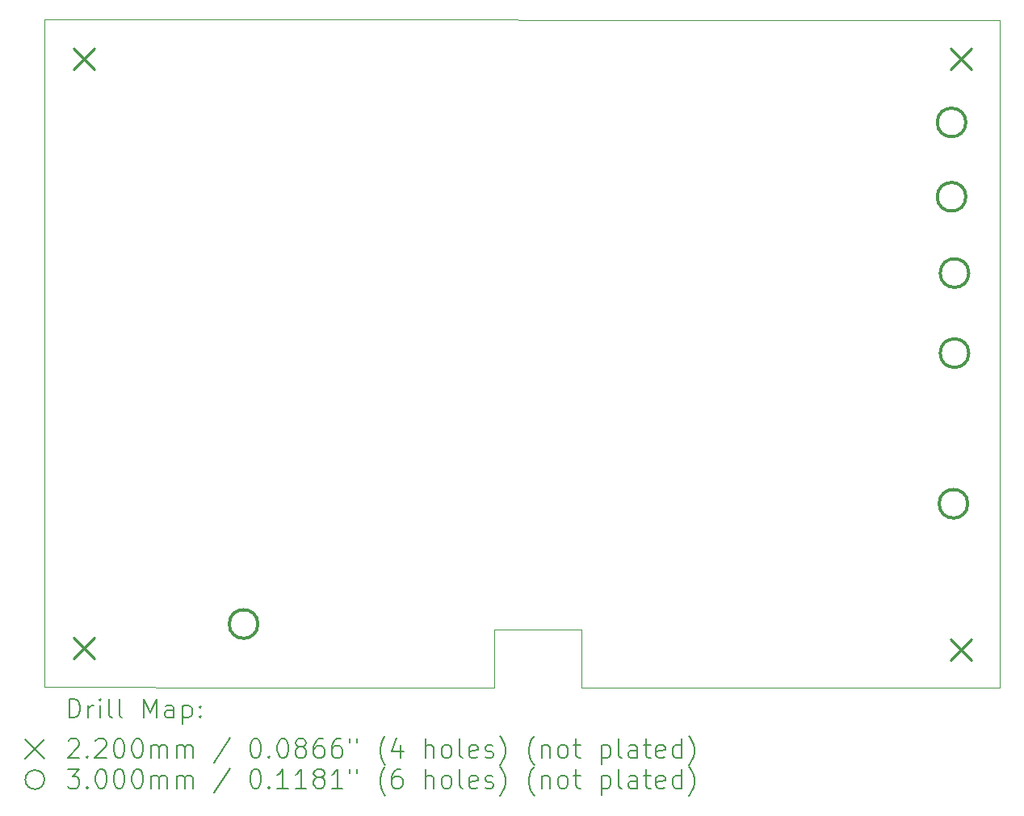
<source format=gbr>
%TF.GenerationSoftware,KiCad,Pcbnew,8.0.0*%
%TF.CreationDate,2024-03-30T18:18:07+01:00*%
%TF.ProjectId,MCU,4d43552e-6b69-4636-9164-5f7063625858,rev?*%
%TF.SameCoordinates,Original*%
%TF.FileFunction,Drillmap*%
%TF.FilePolarity,Positive*%
%FSLAX45Y45*%
G04 Gerber Fmt 4.5, Leading zero omitted, Abs format (unit mm)*
G04 Created by KiCad (PCBNEW 8.0.0) date 2024-03-30 18:18:07*
%MOMM*%
%LPD*%
G01*
G04 APERTURE LIST*
%ADD10C,0.050000*%
%ADD11C,0.200000*%
%ADD12C,0.220000*%
%ADD13C,0.300000*%
G04 APERTURE END LIST*
D10*
X7430000Y-12420000D02*
X9800000Y-12420000D01*
X11180000Y-12420000D02*
X10720000Y-12420000D01*
X5090000Y-5410000D02*
X15100000Y-5420000D01*
X14000000Y-12420000D02*
X11180000Y-12420000D01*
X15100000Y-5420000D02*
X15100000Y-12420000D01*
X10720000Y-11810000D02*
X10720000Y-12420000D01*
X7430000Y-12420000D02*
X5090000Y-12410000D01*
X9800000Y-12420000D02*
X9800000Y-11810000D01*
X5090000Y-12410000D02*
X5090000Y-5410000D01*
X14000000Y-12420000D02*
X15100000Y-12420000D01*
X9800000Y-11810000D02*
X10720000Y-11810000D01*
D11*
D12*
X5390000Y-5710000D02*
X5610000Y-5930000D01*
X5610000Y-5710000D02*
X5390000Y-5930000D01*
X5390000Y-11890000D02*
X5610000Y-12110000D01*
X5610000Y-11890000D02*
X5390000Y-12110000D01*
X14590000Y-5710000D02*
X14810000Y-5930000D01*
X14810000Y-5710000D02*
X14590000Y-5930000D01*
X14590000Y-11910000D02*
X14810000Y-12130000D01*
X14810000Y-11910000D02*
X14590000Y-12130000D01*
D13*
X7325000Y-11750000D02*
G75*
G02*
X7025000Y-11750000I-150000J0D01*
G01*
X7025000Y-11750000D02*
G75*
G02*
X7325000Y-11750000I150000J0D01*
G01*
X14747810Y-6488425D02*
G75*
G02*
X14447810Y-6488425I-150000J0D01*
G01*
X14447810Y-6488425D02*
G75*
G02*
X14747810Y-6488425I150000J0D01*
G01*
X14747810Y-7268425D02*
G75*
G02*
X14447810Y-7268425I-150000J0D01*
G01*
X14447810Y-7268425D02*
G75*
G02*
X14747810Y-7268425I150000J0D01*
G01*
X14767810Y-10488425D02*
G75*
G02*
X14467810Y-10488425I-150000J0D01*
G01*
X14467810Y-10488425D02*
G75*
G02*
X14767810Y-10488425I150000J0D01*
G01*
X14778710Y-8068425D02*
G75*
G02*
X14478710Y-8068425I-150000J0D01*
G01*
X14478710Y-8068425D02*
G75*
G02*
X14778710Y-8068425I150000J0D01*
G01*
X14778710Y-8908425D02*
G75*
G02*
X14478710Y-8908425I-150000J0D01*
G01*
X14478710Y-8908425D02*
G75*
G02*
X14778710Y-8908425I150000J0D01*
G01*
D11*
X5348277Y-12733984D02*
X5348277Y-12533984D01*
X5348277Y-12533984D02*
X5395896Y-12533984D01*
X5395896Y-12533984D02*
X5424467Y-12543508D01*
X5424467Y-12543508D02*
X5443515Y-12562555D01*
X5443515Y-12562555D02*
X5453039Y-12581603D01*
X5453039Y-12581603D02*
X5462563Y-12619698D01*
X5462563Y-12619698D02*
X5462563Y-12648269D01*
X5462563Y-12648269D02*
X5453039Y-12686365D01*
X5453039Y-12686365D02*
X5443515Y-12705412D01*
X5443515Y-12705412D02*
X5424467Y-12724460D01*
X5424467Y-12724460D02*
X5395896Y-12733984D01*
X5395896Y-12733984D02*
X5348277Y-12733984D01*
X5548277Y-12733984D02*
X5548277Y-12600650D01*
X5548277Y-12638746D02*
X5557801Y-12619698D01*
X5557801Y-12619698D02*
X5567324Y-12610174D01*
X5567324Y-12610174D02*
X5586372Y-12600650D01*
X5586372Y-12600650D02*
X5605420Y-12600650D01*
X5672086Y-12733984D02*
X5672086Y-12600650D01*
X5672086Y-12533984D02*
X5662562Y-12543508D01*
X5662562Y-12543508D02*
X5672086Y-12553031D01*
X5672086Y-12553031D02*
X5681610Y-12543508D01*
X5681610Y-12543508D02*
X5672086Y-12533984D01*
X5672086Y-12533984D02*
X5672086Y-12553031D01*
X5795896Y-12733984D02*
X5776848Y-12724460D01*
X5776848Y-12724460D02*
X5767324Y-12705412D01*
X5767324Y-12705412D02*
X5767324Y-12533984D01*
X5900658Y-12733984D02*
X5881610Y-12724460D01*
X5881610Y-12724460D02*
X5872086Y-12705412D01*
X5872086Y-12705412D02*
X5872086Y-12533984D01*
X6129229Y-12733984D02*
X6129229Y-12533984D01*
X6129229Y-12533984D02*
X6195896Y-12676841D01*
X6195896Y-12676841D02*
X6262562Y-12533984D01*
X6262562Y-12533984D02*
X6262562Y-12733984D01*
X6443515Y-12733984D02*
X6443515Y-12629222D01*
X6443515Y-12629222D02*
X6433991Y-12610174D01*
X6433991Y-12610174D02*
X6414943Y-12600650D01*
X6414943Y-12600650D02*
X6376848Y-12600650D01*
X6376848Y-12600650D02*
X6357801Y-12610174D01*
X6443515Y-12724460D02*
X6424467Y-12733984D01*
X6424467Y-12733984D02*
X6376848Y-12733984D01*
X6376848Y-12733984D02*
X6357801Y-12724460D01*
X6357801Y-12724460D02*
X6348277Y-12705412D01*
X6348277Y-12705412D02*
X6348277Y-12686365D01*
X6348277Y-12686365D02*
X6357801Y-12667317D01*
X6357801Y-12667317D02*
X6376848Y-12657793D01*
X6376848Y-12657793D02*
X6424467Y-12657793D01*
X6424467Y-12657793D02*
X6443515Y-12648269D01*
X6538753Y-12600650D02*
X6538753Y-12800650D01*
X6538753Y-12610174D02*
X6557801Y-12600650D01*
X6557801Y-12600650D02*
X6595896Y-12600650D01*
X6595896Y-12600650D02*
X6614943Y-12610174D01*
X6614943Y-12610174D02*
X6624467Y-12619698D01*
X6624467Y-12619698D02*
X6633991Y-12638746D01*
X6633991Y-12638746D02*
X6633991Y-12695888D01*
X6633991Y-12695888D02*
X6624467Y-12714936D01*
X6624467Y-12714936D02*
X6614943Y-12724460D01*
X6614943Y-12724460D02*
X6595896Y-12733984D01*
X6595896Y-12733984D02*
X6557801Y-12733984D01*
X6557801Y-12733984D02*
X6538753Y-12724460D01*
X6719705Y-12714936D02*
X6729229Y-12724460D01*
X6729229Y-12724460D02*
X6719705Y-12733984D01*
X6719705Y-12733984D02*
X6710182Y-12724460D01*
X6710182Y-12724460D02*
X6719705Y-12714936D01*
X6719705Y-12714936D02*
X6719705Y-12733984D01*
X6719705Y-12610174D02*
X6729229Y-12619698D01*
X6729229Y-12619698D02*
X6719705Y-12629222D01*
X6719705Y-12629222D02*
X6710182Y-12619698D01*
X6710182Y-12619698D02*
X6719705Y-12610174D01*
X6719705Y-12610174D02*
X6719705Y-12629222D01*
X4887500Y-12962500D02*
X5087500Y-13162500D01*
X5087500Y-12962500D02*
X4887500Y-13162500D01*
X5338753Y-12973031D02*
X5348277Y-12963508D01*
X5348277Y-12963508D02*
X5367324Y-12953984D01*
X5367324Y-12953984D02*
X5414944Y-12953984D01*
X5414944Y-12953984D02*
X5433991Y-12963508D01*
X5433991Y-12963508D02*
X5443515Y-12973031D01*
X5443515Y-12973031D02*
X5453039Y-12992079D01*
X5453039Y-12992079D02*
X5453039Y-13011127D01*
X5453039Y-13011127D02*
X5443515Y-13039698D01*
X5443515Y-13039698D02*
X5329229Y-13153984D01*
X5329229Y-13153984D02*
X5453039Y-13153984D01*
X5538753Y-13134936D02*
X5548277Y-13144460D01*
X5548277Y-13144460D02*
X5538753Y-13153984D01*
X5538753Y-13153984D02*
X5529229Y-13144460D01*
X5529229Y-13144460D02*
X5538753Y-13134936D01*
X5538753Y-13134936D02*
X5538753Y-13153984D01*
X5624467Y-12973031D02*
X5633991Y-12963508D01*
X5633991Y-12963508D02*
X5653039Y-12953984D01*
X5653039Y-12953984D02*
X5700658Y-12953984D01*
X5700658Y-12953984D02*
X5719705Y-12963508D01*
X5719705Y-12963508D02*
X5729229Y-12973031D01*
X5729229Y-12973031D02*
X5738753Y-12992079D01*
X5738753Y-12992079D02*
X5738753Y-13011127D01*
X5738753Y-13011127D02*
X5729229Y-13039698D01*
X5729229Y-13039698D02*
X5614943Y-13153984D01*
X5614943Y-13153984D02*
X5738753Y-13153984D01*
X5862562Y-12953984D02*
X5881610Y-12953984D01*
X5881610Y-12953984D02*
X5900658Y-12963508D01*
X5900658Y-12963508D02*
X5910182Y-12973031D01*
X5910182Y-12973031D02*
X5919705Y-12992079D01*
X5919705Y-12992079D02*
X5929229Y-13030174D01*
X5929229Y-13030174D02*
X5929229Y-13077793D01*
X5929229Y-13077793D02*
X5919705Y-13115888D01*
X5919705Y-13115888D02*
X5910182Y-13134936D01*
X5910182Y-13134936D02*
X5900658Y-13144460D01*
X5900658Y-13144460D02*
X5881610Y-13153984D01*
X5881610Y-13153984D02*
X5862562Y-13153984D01*
X5862562Y-13153984D02*
X5843515Y-13144460D01*
X5843515Y-13144460D02*
X5833991Y-13134936D01*
X5833991Y-13134936D02*
X5824467Y-13115888D01*
X5824467Y-13115888D02*
X5814943Y-13077793D01*
X5814943Y-13077793D02*
X5814943Y-13030174D01*
X5814943Y-13030174D02*
X5824467Y-12992079D01*
X5824467Y-12992079D02*
X5833991Y-12973031D01*
X5833991Y-12973031D02*
X5843515Y-12963508D01*
X5843515Y-12963508D02*
X5862562Y-12953984D01*
X6053039Y-12953984D02*
X6072086Y-12953984D01*
X6072086Y-12953984D02*
X6091134Y-12963508D01*
X6091134Y-12963508D02*
X6100658Y-12973031D01*
X6100658Y-12973031D02*
X6110182Y-12992079D01*
X6110182Y-12992079D02*
X6119705Y-13030174D01*
X6119705Y-13030174D02*
X6119705Y-13077793D01*
X6119705Y-13077793D02*
X6110182Y-13115888D01*
X6110182Y-13115888D02*
X6100658Y-13134936D01*
X6100658Y-13134936D02*
X6091134Y-13144460D01*
X6091134Y-13144460D02*
X6072086Y-13153984D01*
X6072086Y-13153984D02*
X6053039Y-13153984D01*
X6053039Y-13153984D02*
X6033991Y-13144460D01*
X6033991Y-13144460D02*
X6024467Y-13134936D01*
X6024467Y-13134936D02*
X6014943Y-13115888D01*
X6014943Y-13115888D02*
X6005420Y-13077793D01*
X6005420Y-13077793D02*
X6005420Y-13030174D01*
X6005420Y-13030174D02*
X6014943Y-12992079D01*
X6014943Y-12992079D02*
X6024467Y-12973031D01*
X6024467Y-12973031D02*
X6033991Y-12963508D01*
X6033991Y-12963508D02*
X6053039Y-12953984D01*
X6205420Y-13153984D02*
X6205420Y-13020650D01*
X6205420Y-13039698D02*
X6214943Y-13030174D01*
X6214943Y-13030174D02*
X6233991Y-13020650D01*
X6233991Y-13020650D02*
X6262563Y-13020650D01*
X6262563Y-13020650D02*
X6281610Y-13030174D01*
X6281610Y-13030174D02*
X6291134Y-13049222D01*
X6291134Y-13049222D02*
X6291134Y-13153984D01*
X6291134Y-13049222D02*
X6300658Y-13030174D01*
X6300658Y-13030174D02*
X6319705Y-13020650D01*
X6319705Y-13020650D02*
X6348277Y-13020650D01*
X6348277Y-13020650D02*
X6367324Y-13030174D01*
X6367324Y-13030174D02*
X6376848Y-13049222D01*
X6376848Y-13049222D02*
X6376848Y-13153984D01*
X6472086Y-13153984D02*
X6472086Y-13020650D01*
X6472086Y-13039698D02*
X6481610Y-13030174D01*
X6481610Y-13030174D02*
X6500658Y-13020650D01*
X6500658Y-13020650D02*
X6529229Y-13020650D01*
X6529229Y-13020650D02*
X6548277Y-13030174D01*
X6548277Y-13030174D02*
X6557801Y-13049222D01*
X6557801Y-13049222D02*
X6557801Y-13153984D01*
X6557801Y-13049222D02*
X6567324Y-13030174D01*
X6567324Y-13030174D02*
X6586372Y-13020650D01*
X6586372Y-13020650D02*
X6614943Y-13020650D01*
X6614943Y-13020650D02*
X6633991Y-13030174D01*
X6633991Y-13030174D02*
X6643515Y-13049222D01*
X6643515Y-13049222D02*
X6643515Y-13153984D01*
X7033991Y-12944460D02*
X6862563Y-13201603D01*
X7291134Y-12953984D02*
X7310182Y-12953984D01*
X7310182Y-12953984D02*
X7329229Y-12963508D01*
X7329229Y-12963508D02*
X7338753Y-12973031D01*
X7338753Y-12973031D02*
X7348277Y-12992079D01*
X7348277Y-12992079D02*
X7357801Y-13030174D01*
X7357801Y-13030174D02*
X7357801Y-13077793D01*
X7357801Y-13077793D02*
X7348277Y-13115888D01*
X7348277Y-13115888D02*
X7338753Y-13134936D01*
X7338753Y-13134936D02*
X7329229Y-13144460D01*
X7329229Y-13144460D02*
X7310182Y-13153984D01*
X7310182Y-13153984D02*
X7291134Y-13153984D01*
X7291134Y-13153984D02*
X7272086Y-13144460D01*
X7272086Y-13144460D02*
X7262563Y-13134936D01*
X7262563Y-13134936D02*
X7253039Y-13115888D01*
X7253039Y-13115888D02*
X7243515Y-13077793D01*
X7243515Y-13077793D02*
X7243515Y-13030174D01*
X7243515Y-13030174D02*
X7253039Y-12992079D01*
X7253039Y-12992079D02*
X7262563Y-12973031D01*
X7262563Y-12973031D02*
X7272086Y-12963508D01*
X7272086Y-12963508D02*
X7291134Y-12953984D01*
X7443515Y-13134936D02*
X7453039Y-13144460D01*
X7453039Y-13144460D02*
X7443515Y-13153984D01*
X7443515Y-13153984D02*
X7433991Y-13144460D01*
X7433991Y-13144460D02*
X7443515Y-13134936D01*
X7443515Y-13134936D02*
X7443515Y-13153984D01*
X7576848Y-12953984D02*
X7595896Y-12953984D01*
X7595896Y-12953984D02*
X7614944Y-12963508D01*
X7614944Y-12963508D02*
X7624467Y-12973031D01*
X7624467Y-12973031D02*
X7633991Y-12992079D01*
X7633991Y-12992079D02*
X7643515Y-13030174D01*
X7643515Y-13030174D02*
X7643515Y-13077793D01*
X7643515Y-13077793D02*
X7633991Y-13115888D01*
X7633991Y-13115888D02*
X7624467Y-13134936D01*
X7624467Y-13134936D02*
X7614944Y-13144460D01*
X7614944Y-13144460D02*
X7595896Y-13153984D01*
X7595896Y-13153984D02*
X7576848Y-13153984D01*
X7576848Y-13153984D02*
X7557801Y-13144460D01*
X7557801Y-13144460D02*
X7548277Y-13134936D01*
X7548277Y-13134936D02*
X7538753Y-13115888D01*
X7538753Y-13115888D02*
X7529229Y-13077793D01*
X7529229Y-13077793D02*
X7529229Y-13030174D01*
X7529229Y-13030174D02*
X7538753Y-12992079D01*
X7538753Y-12992079D02*
X7548277Y-12973031D01*
X7548277Y-12973031D02*
X7557801Y-12963508D01*
X7557801Y-12963508D02*
X7576848Y-12953984D01*
X7757801Y-13039698D02*
X7738753Y-13030174D01*
X7738753Y-13030174D02*
X7729229Y-13020650D01*
X7729229Y-13020650D02*
X7719706Y-13001603D01*
X7719706Y-13001603D02*
X7719706Y-12992079D01*
X7719706Y-12992079D02*
X7729229Y-12973031D01*
X7729229Y-12973031D02*
X7738753Y-12963508D01*
X7738753Y-12963508D02*
X7757801Y-12953984D01*
X7757801Y-12953984D02*
X7795896Y-12953984D01*
X7795896Y-12953984D02*
X7814944Y-12963508D01*
X7814944Y-12963508D02*
X7824467Y-12973031D01*
X7824467Y-12973031D02*
X7833991Y-12992079D01*
X7833991Y-12992079D02*
X7833991Y-13001603D01*
X7833991Y-13001603D02*
X7824467Y-13020650D01*
X7824467Y-13020650D02*
X7814944Y-13030174D01*
X7814944Y-13030174D02*
X7795896Y-13039698D01*
X7795896Y-13039698D02*
X7757801Y-13039698D01*
X7757801Y-13039698D02*
X7738753Y-13049222D01*
X7738753Y-13049222D02*
X7729229Y-13058746D01*
X7729229Y-13058746D02*
X7719706Y-13077793D01*
X7719706Y-13077793D02*
X7719706Y-13115888D01*
X7719706Y-13115888D02*
X7729229Y-13134936D01*
X7729229Y-13134936D02*
X7738753Y-13144460D01*
X7738753Y-13144460D02*
X7757801Y-13153984D01*
X7757801Y-13153984D02*
X7795896Y-13153984D01*
X7795896Y-13153984D02*
X7814944Y-13144460D01*
X7814944Y-13144460D02*
X7824467Y-13134936D01*
X7824467Y-13134936D02*
X7833991Y-13115888D01*
X7833991Y-13115888D02*
X7833991Y-13077793D01*
X7833991Y-13077793D02*
X7824467Y-13058746D01*
X7824467Y-13058746D02*
X7814944Y-13049222D01*
X7814944Y-13049222D02*
X7795896Y-13039698D01*
X8005420Y-12953984D02*
X7967325Y-12953984D01*
X7967325Y-12953984D02*
X7948277Y-12963508D01*
X7948277Y-12963508D02*
X7938753Y-12973031D01*
X7938753Y-12973031D02*
X7919706Y-13001603D01*
X7919706Y-13001603D02*
X7910182Y-13039698D01*
X7910182Y-13039698D02*
X7910182Y-13115888D01*
X7910182Y-13115888D02*
X7919706Y-13134936D01*
X7919706Y-13134936D02*
X7929229Y-13144460D01*
X7929229Y-13144460D02*
X7948277Y-13153984D01*
X7948277Y-13153984D02*
X7986372Y-13153984D01*
X7986372Y-13153984D02*
X8005420Y-13144460D01*
X8005420Y-13144460D02*
X8014944Y-13134936D01*
X8014944Y-13134936D02*
X8024467Y-13115888D01*
X8024467Y-13115888D02*
X8024467Y-13068269D01*
X8024467Y-13068269D02*
X8014944Y-13049222D01*
X8014944Y-13049222D02*
X8005420Y-13039698D01*
X8005420Y-13039698D02*
X7986372Y-13030174D01*
X7986372Y-13030174D02*
X7948277Y-13030174D01*
X7948277Y-13030174D02*
X7929229Y-13039698D01*
X7929229Y-13039698D02*
X7919706Y-13049222D01*
X7919706Y-13049222D02*
X7910182Y-13068269D01*
X8195896Y-12953984D02*
X8157801Y-12953984D01*
X8157801Y-12953984D02*
X8138753Y-12963508D01*
X8138753Y-12963508D02*
X8129229Y-12973031D01*
X8129229Y-12973031D02*
X8110182Y-13001603D01*
X8110182Y-13001603D02*
X8100658Y-13039698D01*
X8100658Y-13039698D02*
X8100658Y-13115888D01*
X8100658Y-13115888D02*
X8110182Y-13134936D01*
X8110182Y-13134936D02*
X8119706Y-13144460D01*
X8119706Y-13144460D02*
X8138753Y-13153984D01*
X8138753Y-13153984D02*
X8176848Y-13153984D01*
X8176848Y-13153984D02*
X8195896Y-13144460D01*
X8195896Y-13144460D02*
X8205420Y-13134936D01*
X8205420Y-13134936D02*
X8214944Y-13115888D01*
X8214944Y-13115888D02*
X8214944Y-13068269D01*
X8214944Y-13068269D02*
X8205420Y-13049222D01*
X8205420Y-13049222D02*
X8195896Y-13039698D01*
X8195896Y-13039698D02*
X8176848Y-13030174D01*
X8176848Y-13030174D02*
X8138753Y-13030174D01*
X8138753Y-13030174D02*
X8119706Y-13039698D01*
X8119706Y-13039698D02*
X8110182Y-13049222D01*
X8110182Y-13049222D02*
X8100658Y-13068269D01*
X8291134Y-12953984D02*
X8291134Y-12992079D01*
X8367325Y-12953984D02*
X8367325Y-12992079D01*
X8662563Y-13230174D02*
X8653039Y-13220650D01*
X8653039Y-13220650D02*
X8633991Y-13192079D01*
X8633991Y-13192079D02*
X8624468Y-13173031D01*
X8624468Y-13173031D02*
X8614944Y-13144460D01*
X8614944Y-13144460D02*
X8605420Y-13096841D01*
X8605420Y-13096841D02*
X8605420Y-13058746D01*
X8605420Y-13058746D02*
X8614944Y-13011127D01*
X8614944Y-13011127D02*
X8624468Y-12982555D01*
X8624468Y-12982555D02*
X8633991Y-12963508D01*
X8633991Y-12963508D02*
X8653039Y-12934936D01*
X8653039Y-12934936D02*
X8662563Y-12925412D01*
X8824468Y-13020650D02*
X8824468Y-13153984D01*
X8776849Y-12944460D02*
X8729230Y-13087317D01*
X8729230Y-13087317D02*
X8853039Y-13087317D01*
X9081611Y-13153984D02*
X9081611Y-12953984D01*
X9167325Y-13153984D02*
X9167325Y-13049222D01*
X9167325Y-13049222D02*
X9157801Y-13030174D01*
X9157801Y-13030174D02*
X9138753Y-13020650D01*
X9138753Y-13020650D02*
X9110182Y-13020650D01*
X9110182Y-13020650D02*
X9091134Y-13030174D01*
X9091134Y-13030174D02*
X9081611Y-13039698D01*
X9291134Y-13153984D02*
X9272087Y-13144460D01*
X9272087Y-13144460D02*
X9262563Y-13134936D01*
X9262563Y-13134936D02*
X9253039Y-13115888D01*
X9253039Y-13115888D02*
X9253039Y-13058746D01*
X9253039Y-13058746D02*
X9262563Y-13039698D01*
X9262563Y-13039698D02*
X9272087Y-13030174D01*
X9272087Y-13030174D02*
X9291134Y-13020650D01*
X9291134Y-13020650D02*
X9319706Y-13020650D01*
X9319706Y-13020650D02*
X9338753Y-13030174D01*
X9338753Y-13030174D02*
X9348277Y-13039698D01*
X9348277Y-13039698D02*
X9357801Y-13058746D01*
X9357801Y-13058746D02*
X9357801Y-13115888D01*
X9357801Y-13115888D02*
X9348277Y-13134936D01*
X9348277Y-13134936D02*
X9338753Y-13144460D01*
X9338753Y-13144460D02*
X9319706Y-13153984D01*
X9319706Y-13153984D02*
X9291134Y-13153984D01*
X9472087Y-13153984D02*
X9453039Y-13144460D01*
X9453039Y-13144460D02*
X9443515Y-13125412D01*
X9443515Y-13125412D02*
X9443515Y-12953984D01*
X9624468Y-13144460D02*
X9605420Y-13153984D01*
X9605420Y-13153984D02*
X9567325Y-13153984D01*
X9567325Y-13153984D02*
X9548277Y-13144460D01*
X9548277Y-13144460D02*
X9538753Y-13125412D01*
X9538753Y-13125412D02*
X9538753Y-13049222D01*
X9538753Y-13049222D02*
X9548277Y-13030174D01*
X9548277Y-13030174D02*
X9567325Y-13020650D01*
X9567325Y-13020650D02*
X9605420Y-13020650D01*
X9605420Y-13020650D02*
X9624468Y-13030174D01*
X9624468Y-13030174D02*
X9633992Y-13049222D01*
X9633992Y-13049222D02*
X9633992Y-13068269D01*
X9633992Y-13068269D02*
X9538753Y-13087317D01*
X9710182Y-13144460D02*
X9729230Y-13153984D01*
X9729230Y-13153984D02*
X9767325Y-13153984D01*
X9767325Y-13153984D02*
X9786373Y-13144460D01*
X9786373Y-13144460D02*
X9795896Y-13125412D01*
X9795896Y-13125412D02*
X9795896Y-13115888D01*
X9795896Y-13115888D02*
X9786373Y-13096841D01*
X9786373Y-13096841D02*
X9767325Y-13087317D01*
X9767325Y-13087317D02*
X9738753Y-13087317D01*
X9738753Y-13087317D02*
X9719706Y-13077793D01*
X9719706Y-13077793D02*
X9710182Y-13058746D01*
X9710182Y-13058746D02*
X9710182Y-13049222D01*
X9710182Y-13049222D02*
X9719706Y-13030174D01*
X9719706Y-13030174D02*
X9738753Y-13020650D01*
X9738753Y-13020650D02*
X9767325Y-13020650D01*
X9767325Y-13020650D02*
X9786373Y-13030174D01*
X9862563Y-13230174D02*
X9872087Y-13220650D01*
X9872087Y-13220650D02*
X9891134Y-13192079D01*
X9891134Y-13192079D02*
X9900658Y-13173031D01*
X9900658Y-13173031D02*
X9910182Y-13144460D01*
X9910182Y-13144460D02*
X9919706Y-13096841D01*
X9919706Y-13096841D02*
X9919706Y-13058746D01*
X9919706Y-13058746D02*
X9910182Y-13011127D01*
X9910182Y-13011127D02*
X9900658Y-12982555D01*
X9900658Y-12982555D02*
X9891134Y-12963508D01*
X9891134Y-12963508D02*
X9872087Y-12934936D01*
X9872087Y-12934936D02*
X9862563Y-12925412D01*
X10224468Y-13230174D02*
X10214944Y-13220650D01*
X10214944Y-13220650D02*
X10195896Y-13192079D01*
X10195896Y-13192079D02*
X10186373Y-13173031D01*
X10186373Y-13173031D02*
X10176849Y-13144460D01*
X10176849Y-13144460D02*
X10167325Y-13096841D01*
X10167325Y-13096841D02*
X10167325Y-13058746D01*
X10167325Y-13058746D02*
X10176849Y-13011127D01*
X10176849Y-13011127D02*
X10186373Y-12982555D01*
X10186373Y-12982555D02*
X10195896Y-12963508D01*
X10195896Y-12963508D02*
X10214944Y-12934936D01*
X10214944Y-12934936D02*
X10224468Y-12925412D01*
X10300658Y-13020650D02*
X10300658Y-13153984D01*
X10300658Y-13039698D02*
X10310182Y-13030174D01*
X10310182Y-13030174D02*
X10329230Y-13020650D01*
X10329230Y-13020650D02*
X10357801Y-13020650D01*
X10357801Y-13020650D02*
X10376849Y-13030174D01*
X10376849Y-13030174D02*
X10386373Y-13049222D01*
X10386373Y-13049222D02*
X10386373Y-13153984D01*
X10510182Y-13153984D02*
X10491134Y-13144460D01*
X10491134Y-13144460D02*
X10481611Y-13134936D01*
X10481611Y-13134936D02*
X10472087Y-13115888D01*
X10472087Y-13115888D02*
X10472087Y-13058746D01*
X10472087Y-13058746D02*
X10481611Y-13039698D01*
X10481611Y-13039698D02*
X10491134Y-13030174D01*
X10491134Y-13030174D02*
X10510182Y-13020650D01*
X10510182Y-13020650D02*
X10538754Y-13020650D01*
X10538754Y-13020650D02*
X10557801Y-13030174D01*
X10557801Y-13030174D02*
X10567325Y-13039698D01*
X10567325Y-13039698D02*
X10576849Y-13058746D01*
X10576849Y-13058746D02*
X10576849Y-13115888D01*
X10576849Y-13115888D02*
X10567325Y-13134936D01*
X10567325Y-13134936D02*
X10557801Y-13144460D01*
X10557801Y-13144460D02*
X10538754Y-13153984D01*
X10538754Y-13153984D02*
X10510182Y-13153984D01*
X10633992Y-13020650D02*
X10710182Y-13020650D01*
X10662563Y-12953984D02*
X10662563Y-13125412D01*
X10662563Y-13125412D02*
X10672087Y-13144460D01*
X10672087Y-13144460D02*
X10691134Y-13153984D01*
X10691134Y-13153984D02*
X10710182Y-13153984D01*
X10929230Y-13020650D02*
X10929230Y-13220650D01*
X10929230Y-13030174D02*
X10948277Y-13020650D01*
X10948277Y-13020650D02*
X10986373Y-13020650D01*
X10986373Y-13020650D02*
X11005420Y-13030174D01*
X11005420Y-13030174D02*
X11014944Y-13039698D01*
X11014944Y-13039698D02*
X11024468Y-13058746D01*
X11024468Y-13058746D02*
X11024468Y-13115888D01*
X11024468Y-13115888D02*
X11014944Y-13134936D01*
X11014944Y-13134936D02*
X11005420Y-13144460D01*
X11005420Y-13144460D02*
X10986373Y-13153984D01*
X10986373Y-13153984D02*
X10948277Y-13153984D01*
X10948277Y-13153984D02*
X10929230Y-13144460D01*
X11138754Y-13153984D02*
X11119706Y-13144460D01*
X11119706Y-13144460D02*
X11110182Y-13125412D01*
X11110182Y-13125412D02*
X11110182Y-12953984D01*
X11300658Y-13153984D02*
X11300658Y-13049222D01*
X11300658Y-13049222D02*
X11291134Y-13030174D01*
X11291134Y-13030174D02*
X11272087Y-13020650D01*
X11272087Y-13020650D02*
X11233992Y-13020650D01*
X11233992Y-13020650D02*
X11214944Y-13030174D01*
X11300658Y-13144460D02*
X11281611Y-13153984D01*
X11281611Y-13153984D02*
X11233992Y-13153984D01*
X11233992Y-13153984D02*
X11214944Y-13144460D01*
X11214944Y-13144460D02*
X11205420Y-13125412D01*
X11205420Y-13125412D02*
X11205420Y-13106365D01*
X11205420Y-13106365D02*
X11214944Y-13087317D01*
X11214944Y-13087317D02*
X11233992Y-13077793D01*
X11233992Y-13077793D02*
X11281611Y-13077793D01*
X11281611Y-13077793D02*
X11300658Y-13068269D01*
X11367325Y-13020650D02*
X11443515Y-13020650D01*
X11395896Y-12953984D02*
X11395896Y-13125412D01*
X11395896Y-13125412D02*
X11405420Y-13144460D01*
X11405420Y-13144460D02*
X11424468Y-13153984D01*
X11424468Y-13153984D02*
X11443515Y-13153984D01*
X11586373Y-13144460D02*
X11567325Y-13153984D01*
X11567325Y-13153984D02*
X11529230Y-13153984D01*
X11529230Y-13153984D02*
X11510182Y-13144460D01*
X11510182Y-13144460D02*
X11500658Y-13125412D01*
X11500658Y-13125412D02*
X11500658Y-13049222D01*
X11500658Y-13049222D02*
X11510182Y-13030174D01*
X11510182Y-13030174D02*
X11529230Y-13020650D01*
X11529230Y-13020650D02*
X11567325Y-13020650D01*
X11567325Y-13020650D02*
X11586373Y-13030174D01*
X11586373Y-13030174D02*
X11595896Y-13049222D01*
X11595896Y-13049222D02*
X11595896Y-13068269D01*
X11595896Y-13068269D02*
X11500658Y-13087317D01*
X11767325Y-13153984D02*
X11767325Y-12953984D01*
X11767325Y-13144460D02*
X11748277Y-13153984D01*
X11748277Y-13153984D02*
X11710182Y-13153984D01*
X11710182Y-13153984D02*
X11691134Y-13144460D01*
X11691134Y-13144460D02*
X11681611Y-13134936D01*
X11681611Y-13134936D02*
X11672087Y-13115888D01*
X11672087Y-13115888D02*
X11672087Y-13058746D01*
X11672087Y-13058746D02*
X11681611Y-13039698D01*
X11681611Y-13039698D02*
X11691134Y-13030174D01*
X11691134Y-13030174D02*
X11710182Y-13020650D01*
X11710182Y-13020650D02*
X11748277Y-13020650D01*
X11748277Y-13020650D02*
X11767325Y-13030174D01*
X11843515Y-13230174D02*
X11853039Y-13220650D01*
X11853039Y-13220650D02*
X11872087Y-13192079D01*
X11872087Y-13192079D02*
X11881611Y-13173031D01*
X11881611Y-13173031D02*
X11891134Y-13144460D01*
X11891134Y-13144460D02*
X11900658Y-13096841D01*
X11900658Y-13096841D02*
X11900658Y-13058746D01*
X11900658Y-13058746D02*
X11891134Y-13011127D01*
X11891134Y-13011127D02*
X11881611Y-12982555D01*
X11881611Y-12982555D02*
X11872087Y-12963508D01*
X11872087Y-12963508D02*
X11853039Y-12934936D01*
X11853039Y-12934936D02*
X11843515Y-12925412D01*
X5087500Y-13382500D02*
G75*
G02*
X4887500Y-13382500I-100000J0D01*
G01*
X4887500Y-13382500D02*
G75*
G02*
X5087500Y-13382500I100000J0D01*
G01*
X5329229Y-13273984D02*
X5453039Y-13273984D01*
X5453039Y-13273984D02*
X5386372Y-13350174D01*
X5386372Y-13350174D02*
X5414944Y-13350174D01*
X5414944Y-13350174D02*
X5433991Y-13359698D01*
X5433991Y-13359698D02*
X5443515Y-13369222D01*
X5443515Y-13369222D02*
X5453039Y-13388269D01*
X5453039Y-13388269D02*
X5453039Y-13435888D01*
X5453039Y-13435888D02*
X5443515Y-13454936D01*
X5443515Y-13454936D02*
X5433991Y-13464460D01*
X5433991Y-13464460D02*
X5414944Y-13473984D01*
X5414944Y-13473984D02*
X5357801Y-13473984D01*
X5357801Y-13473984D02*
X5338753Y-13464460D01*
X5338753Y-13464460D02*
X5329229Y-13454936D01*
X5538753Y-13454936D02*
X5548277Y-13464460D01*
X5548277Y-13464460D02*
X5538753Y-13473984D01*
X5538753Y-13473984D02*
X5529229Y-13464460D01*
X5529229Y-13464460D02*
X5538753Y-13454936D01*
X5538753Y-13454936D02*
X5538753Y-13473984D01*
X5672086Y-13273984D02*
X5691134Y-13273984D01*
X5691134Y-13273984D02*
X5710182Y-13283508D01*
X5710182Y-13283508D02*
X5719705Y-13293031D01*
X5719705Y-13293031D02*
X5729229Y-13312079D01*
X5729229Y-13312079D02*
X5738753Y-13350174D01*
X5738753Y-13350174D02*
X5738753Y-13397793D01*
X5738753Y-13397793D02*
X5729229Y-13435888D01*
X5729229Y-13435888D02*
X5719705Y-13454936D01*
X5719705Y-13454936D02*
X5710182Y-13464460D01*
X5710182Y-13464460D02*
X5691134Y-13473984D01*
X5691134Y-13473984D02*
X5672086Y-13473984D01*
X5672086Y-13473984D02*
X5653039Y-13464460D01*
X5653039Y-13464460D02*
X5643515Y-13454936D01*
X5643515Y-13454936D02*
X5633991Y-13435888D01*
X5633991Y-13435888D02*
X5624467Y-13397793D01*
X5624467Y-13397793D02*
X5624467Y-13350174D01*
X5624467Y-13350174D02*
X5633991Y-13312079D01*
X5633991Y-13312079D02*
X5643515Y-13293031D01*
X5643515Y-13293031D02*
X5653039Y-13283508D01*
X5653039Y-13283508D02*
X5672086Y-13273984D01*
X5862562Y-13273984D02*
X5881610Y-13273984D01*
X5881610Y-13273984D02*
X5900658Y-13283508D01*
X5900658Y-13283508D02*
X5910182Y-13293031D01*
X5910182Y-13293031D02*
X5919705Y-13312079D01*
X5919705Y-13312079D02*
X5929229Y-13350174D01*
X5929229Y-13350174D02*
X5929229Y-13397793D01*
X5929229Y-13397793D02*
X5919705Y-13435888D01*
X5919705Y-13435888D02*
X5910182Y-13454936D01*
X5910182Y-13454936D02*
X5900658Y-13464460D01*
X5900658Y-13464460D02*
X5881610Y-13473984D01*
X5881610Y-13473984D02*
X5862562Y-13473984D01*
X5862562Y-13473984D02*
X5843515Y-13464460D01*
X5843515Y-13464460D02*
X5833991Y-13454936D01*
X5833991Y-13454936D02*
X5824467Y-13435888D01*
X5824467Y-13435888D02*
X5814943Y-13397793D01*
X5814943Y-13397793D02*
X5814943Y-13350174D01*
X5814943Y-13350174D02*
X5824467Y-13312079D01*
X5824467Y-13312079D02*
X5833991Y-13293031D01*
X5833991Y-13293031D02*
X5843515Y-13283508D01*
X5843515Y-13283508D02*
X5862562Y-13273984D01*
X6053039Y-13273984D02*
X6072086Y-13273984D01*
X6072086Y-13273984D02*
X6091134Y-13283508D01*
X6091134Y-13283508D02*
X6100658Y-13293031D01*
X6100658Y-13293031D02*
X6110182Y-13312079D01*
X6110182Y-13312079D02*
X6119705Y-13350174D01*
X6119705Y-13350174D02*
X6119705Y-13397793D01*
X6119705Y-13397793D02*
X6110182Y-13435888D01*
X6110182Y-13435888D02*
X6100658Y-13454936D01*
X6100658Y-13454936D02*
X6091134Y-13464460D01*
X6091134Y-13464460D02*
X6072086Y-13473984D01*
X6072086Y-13473984D02*
X6053039Y-13473984D01*
X6053039Y-13473984D02*
X6033991Y-13464460D01*
X6033991Y-13464460D02*
X6024467Y-13454936D01*
X6024467Y-13454936D02*
X6014943Y-13435888D01*
X6014943Y-13435888D02*
X6005420Y-13397793D01*
X6005420Y-13397793D02*
X6005420Y-13350174D01*
X6005420Y-13350174D02*
X6014943Y-13312079D01*
X6014943Y-13312079D02*
X6024467Y-13293031D01*
X6024467Y-13293031D02*
X6033991Y-13283508D01*
X6033991Y-13283508D02*
X6053039Y-13273984D01*
X6205420Y-13473984D02*
X6205420Y-13340650D01*
X6205420Y-13359698D02*
X6214943Y-13350174D01*
X6214943Y-13350174D02*
X6233991Y-13340650D01*
X6233991Y-13340650D02*
X6262563Y-13340650D01*
X6262563Y-13340650D02*
X6281610Y-13350174D01*
X6281610Y-13350174D02*
X6291134Y-13369222D01*
X6291134Y-13369222D02*
X6291134Y-13473984D01*
X6291134Y-13369222D02*
X6300658Y-13350174D01*
X6300658Y-13350174D02*
X6319705Y-13340650D01*
X6319705Y-13340650D02*
X6348277Y-13340650D01*
X6348277Y-13340650D02*
X6367324Y-13350174D01*
X6367324Y-13350174D02*
X6376848Y-13369222D01*
X6376848Y-13369222D02*
X6376848Y-13473984D01*
X6472086Y-13473984D02*
X6472086Y-13340650D01*
X6472086Y-13359698D02*
X6481610Y-13350174D01*
X6481610Y-13350174D02*
X6500658Y-13340650D01*
X6500658Y-13340650D02*
X6529229Y-13340650D01*
X6529229Y-13340650D02*
X6548277Y-13350174D01*
X6548277Y-13350174D02*
X6557801Y-13369222D01*
X6557801Y-13369222D02*
X6557801Y-13473984D01*
X6557801Y-13369222D02*
X6567324Y-13350174D01*
X6567324Y-13350174D02*
X6586372Y-13340650D01*
X6586372Y-13340650D02*
X6614943Y-13340650D01*
X6614943Y-13340650D02*
X6633991Y-13350174D01*
X6633991Y-13350174D02*
X6643515Y-13369222D01*
X6643515Y-13369222D02*
X6643515Y-13473984D01*
X7033991Y-13264460D02*
X6862563Y-13521603D01*
X7291134Y-13273984D02*
X7310182Y-13273984D01*
X7310182Y-13273984D02*
X7329229Y-13283508D01*
X7329229Y-13283508D02*
X7338753Y-13293031D01*
X7338753Y-13293031D02*
X7348277Y-13312079D01*
X7348277Y-13312079D02*
X7357801Y-13350174D01*
X7357801Y-13350174D02*
X7357801Y-13397793D01*
X7357801Y-13397793D02*
X7348277Y-13435888D01*
X7348277Y-13435888D02*
X7338753Y-13454936D01*
X7338753Y-13454936D02*
X7329229Y-13464460D01*
X7329229Y-13464460D02*
X7310182Y-13473984D01*
X7310182Y-13473984D02*
X7291134Y-13473984D01*
X7291134Y-13473984D02*
X7272086Y-13464460D01*
X7272086Y-13464460D02*
X7262563Y-13454936D01*
X7262563Y-13454936D02*
X7253039Y-13435888D01*
X7253039Y-13435888D02*
X7243515Y-13397793D01*
X7243515Y-13397793D02*
X7243515Y-13350174D01*
X7243515Y-13350174D02*
X7253039Y-13312079D01*
X7253039Y-13312079D02*
X7262563Y-13293031D01*
X7262563Y-13293031D02*
X7272086Y-13283508D01*
X7272086Y-13283508D02*
X7291134Y-13273984D01*
X7443515Y-13454936D02*
X7453039Y-13464460D01*
X7453039Y-13464460D02*
X7443515Y-13473984D01*
X7443515Y-13473984D02*
X7433991Y-13464460D01*
X7433991Y-13464460D02*
X7443515Y-13454936D01*
X7443515Y-13454936D02*
X7443515Y-13473984D01*
X7643515Y-13473984D02*
X7529229Y-13473984D01*
X7586372Y-13473984D02*
X7586372Y-13273984D01*
X7586372Y-13273984D02*
X7567325Y-13302555D01*
X7567325Y-13302555D02*
X7548277Y-13321603D01*
X7548277Y-13321603D02*
X7529229Y-13331127D01*
X7833991Y-13473984D02*
X7719706Y-13473984D01*
X7776848Y-13473984D02*
X7776848Y-13273984D01*
X7776848Y-13273984D02*
X7757801Y-13302555D01*
X7757801Y-13302555D02*
X7738753Y-13321603D01*
X7738753Y-13321603D02*
X7719706Y-13331127D01*
X7948277Y-13359698D02*
X7929229Y-13350174D01*
X7929229Y-13350174D02*
X7919706Y-13340650D01*
X7919706Y-13340650D02*
X7910182Y-13321603D01*
X7910182Y-13321603D02*
X7910182Y-13312079D01*
X7910182Y-13312079D02*
X7919706Y-13293031D01*
X7919706Y-13293031D02*
X7929229Y-13283508D01*
X7929229Y-13283508D02*
X7948277Y-13273984D01*
X7948277Y-13273984D02*
X7986372Y-13273984D01*
X7986372Y-13273984D02*
X8005420Y-13283508D01*
X8005420Y-13283508D02*
X8014944Y-13293031D01*
X8014944Y-13293031D02*
X8024467Y-13312079D01*
X8024467Y-13312079D02*
X8024467Y-13321603D01*
X8024467Y-13321603D02*
X8014944Y-13340650D01*
X8014944Y-13340650D02*
X8005420Y-13350174D01*
X8005420Y-13350174D02*
X7986372Y-13359698D01*
X7986372Y-13359698D02*
X7948277Y-13359698D01*
X7948277Y-13359698D02*
X7929229Y-13369222D01*
X7929229Y-13369222D02*
X7919706Y-13378746D01*
X7919706Y-13378746D02*
X7910182Y-13397793D01*
X7910182Y-13397793D02*
X7910182Y-13435888D01*
X7910182Y-13435888D02*
X7919706Y-13454936D01*
X7919706Y-13454936D02*
X7929229Y-13464460D01*
X7929229Y-13464460D02*
X7948277Y-13473984D01*
X7948277Y-13473984D02*
X7986372Y-13473984D01*
X7986372Y-13473984D02*
X8005420Y-13464460D01*
X8005420Y-13464460D02*
X8014944Y-13454936D01*
X8014944Y-13454936D02*
X8024467Y-13435888D01*
X8024467Y-13435888D02*
X8024467Y-13397793D01*
X8024467Y-13397793D02*
X8014944Y-13378746D01*
X8014944Y-13378746D02*
X8005420Y-13369222D01*
X8005420Y-13369222D02*
X7986372Y-13359698D01*
X8214944Y-13473984D02*
X8100658Y-13473984D01*
X8157801Y-13473984D02*
X8157801Y-13273984D01*
X8157801Y-13273984D02*
X8138753Y-13302555D01*
X8138753Y-13302555D02*
X8119706Y-13321603D01*
X8119706Y-13321603D02*
X8100658Y-13331127D01*
X8291134Y-13273984D02*
X8291134Y-13312079D01*
X8367325Y-13273984D02*
X8367325Y-13312079D01*
X8662563Y-13550174D02*
X8653039Y-13540650D01*
X8653039Y-13540650D02*
X8633991Y-13512079D01*
X8633991Y-13512079D02*
X8624468Y-13493031D01*
X8624468Y-13493031D02*
X8614944Y-13464460D01*
X8614944Y-13464460D02*
X8605420Y-13416841D01*
X8605420Y-13416841D02*
X8605420Y-13378746D01*
X8605420Y-13378746D02*
X8614944Y-13331127D01*
X8614944Y-13331127D02*
X8624468Y-13302555D01*
X8624468Y-13302555D02*
X8633991Y-13283508D01*
X8633991Y-13283508D02*
X8653039Y-13254936D01*
X8653039Y-13254936D02*
X8662563Y-13245412D01*
X8824468Y-13273984D02*
X8786372Y-13273984D01*
X8786372Y-13273984D02*
X8767325Y-13283508D01*
X8767325Y-13283508D02*
X8757801Y-13293031D01*
X8757801Y-13293031D02*
X8738753Y-13321603D01*
X8738753Y-13321603D02*
X8729230Y-13359698D01*
X8729230Y-13359698D02*
X8729230Y-13435888D01*
X8729230Y-13435888D02*
X8738753Y-13454936D01*
X8738753Y-13454936D02*
X8748277Y-13464460D01*
X8748277Y-13464460D02*
X8767325Y-13473984D01*
X8767325Y-13473984D02*
X8805420Y-13473984D01*
X8805420Y-13473984D02*
X8824468Y-13464460D01*
X8824468Y-13464460D02*
X8833991Y-13454936D01*
X8833991Y-13454936D02*
X8843515Y-13435888D01*
X8843515Y-13435888D02*
X8843515Y-13388269D01*
X8843515Y-13388269D02*
X8833991Y-13369222D01*
X8833991Y-13369222D02*
X8824468Y-13359698D01*
X8824468Y-13359698D02*
X8805420Y-13350174D01*
X8805420Y-13350174D02*
X8767325Y-13350174D01*
X8767325Y-13350174D02*
X8748277Y-13359698D01*
X8748277Y-13359698D02*
X8738753Y-13369222D01*
X8738753Y-13369222D02*
X8729230Y-13388269D01*
X9081611Y-13473984D02*
X9081611Y-13273984D01*
X9167325Y-13473984D02*
X9167325Y-13369222D01*
X9167325Y-13369222D02*
X9157801Y-13350174D01*
X9157801Y-13350174D02*
X9138753Y-13340650D01*
X9138753Y-13340650D02*
X9110182Y-13340650D01*
X9110182Y-13340650D02*
X9091134Y-13350174D01*
X9091134Y-13350174D02*
X9081611Y-13359698D01*
X9291134Y-13473984D02*
X9272087Y-13464460D01*
X9272087Y-13464460D02*
X9262563Y-13454936D01*
X9262563Y-13454936D02*
X9253039Y-13435888D01*
X9253039Y-13435888D02*
X9253039Y-13378746D01*
X9253039Y-13378746D02*
X9262563Y-13359698D01*
X9262563Y-13359698D02*
X9272087Y-13350174D01*
X9272087Y-13350174D02*
X9291134Y-13340650D01*
X9291134Y-13340650D02*
X9319706Y-13340650D01*
X9319706Y-13340650D02*
X9338753Y-13350174D01*
X9338753Y-13350174D02*
X9348277Y-13359698D01*
X9348277Y-13359698D02*
X9357801Y-13378746D01*
X9357801Y-13378746D02*
X9357801Y-13435888D01*
X9357801Y-13435888D02*
X9348277Y-13454936D01*
X9348277Y-13454936D02*
X9338753Y-13464460D01*
X9338753Y-13464460D02*
X9319706Y-13473984D01*
X9319706Y-13473984D02*
X9291134Y-13473984D01*
X9472087Y-13473984D02*
X9453039Y-13464460D01*
X9453039Y-13464460D02*
X9443515Y-13445412D01*
X9443515Y-13445412D02*
X9443515Y-13273984D01*
X9624468Y-13464460D02*
X9605420Y-13473984D01*
X9605420Y-13473984D02*
X9567325Y-13473984D01*
X9567325Y-13473984D02*
X9548277Y-13464460D01*
X9548277Y-13464460D02*
X9538753Y-13445412D01*
X9538753Y-13445412D02*
X9538753Y-13369222D01*
X9538753Y-13369222D02*
X9548277Y-13350174D01*
X9548277Y-13350174D02*
X9567325Y-13340650D01*
X9567325Y-13340650D02*
X9605420Y-13340650D01*
X9605420Y-13340650D02*
X9624468Y-13350174D01*
X9624468Y-13350174D02*
X9633992Y-13369222D01*
X9633992Y-13369222D02*
X9633992Y-13388269D01*
X9633992Y-13388269D02*
X9538753Y-13407317D01*
X9710182Y-13464460D02*
X9729230Y-13473984D01*
X9729230Y-13473984D02*
X9767325Y-13473984D01*
X9767325Y-13473984D02*
X9786373Y-13464460D01*
X9786373Y-13464460D02*
X9795896Y-13445412D01*
X9795896Y-13445412D02*
X9795896Y-13435888D01*
X9795896Y-13435888D02*
X9786373Y-13416841D01*
X9786373Y-13416841D02*
X9767325Y-13407317D01*
X9767325Y-13407317D02*
X9738753Y-13407317D01*
X9738753Y-13407317D02*
X9719706Y-13397793D01*
X9719706Y-13397793D02*
X9710182Y-13378746D01*
X9710182Y-13378746D02*
X9710182Y-13369222D01*
X9710182Y-13369222D02*
X9719706Y-13350174D01*
X9719706Y-13350174D02*
X9738753Y-13340650D01*
X9738753Y-13340650D02*
X9767325Y-13340650D01*
X9767325Y-13340650D02*
X9786373Y-13350174D01*
X9862563Y-13550174D02*
X9872087Y-13540650D01*
X9872087Y-13540650D02*
X9891134Y-13512079D01*
X9891134Y-13512079D02*
X9900658Y-13493031D01*
X9900658Y-13493031D02*
X9910182Y-13464460D01*
X9910182Y-13464460D02*
X9919706Y-13416841D01*
X9919706Y-13416841D02*
X9919706Y-13378746D01*
X9919706Y-13378746D02*
X9910182Y-13331127D01*
X9910182Y-13331127D02*
X9900658Y-13302555D01*
X9900658Y-13302555D02*
X9891134Y-13283508D01*
X9891134Y-13283508D02*
X9872087Y-13254936D01*
X9872087Y-13254936D02*
X9862563Y-13245412D01*
X10224468Y-13550174D02*
X10214944Y-13540650D01*
X10214944Y-13540650D02*
X10195896Y-13512079D01*
X10195896Y-13512079D02*
X10186373Y-13493031D01*
X10186373Y-13493031D02*
X10176849Y-13464460D01*
X10176849Y-13464460D02*
X10167325Y-13416841D01*
X10167325Y-13416841D02*
X10167325Y-13378746D01*
X10167325Y-13378746D02*
X10176849Y-13331127D01*
X10176849Y-13331127D02*
X10186373Y-13302555D01*
X10186373Y-13302555D02*
X10195896Y-13283508D01*
X10195896Y-13283508D02*
X10214944Y-13254936D01*
X10214944Y-13254936D02*
X10224468Y-13245412D01*
X10300658Y-13340650D02*
X10300658Y-13473984D01*
X10300658Y-13359698D02*
X10310182Y-13350174D01*
X10310182Y-13350174D02*
X10329230Y-13340650D01*
X10329230Y-13340650D02*
X10357801Y-13340650D01*
X10357801Y-13340650D02*
X10376849Y-13350174D01*
X10376849Y-13350174D02*
X10386373Y-13369222D01*
X10386373Y-13369222D02*
X10386373Y-13473984D01*
X10510182Y-13473984D02*
X10491134Y-13464460D01*
X10491134Y-13464460D02*
X10481611Y-13454936D01*
X10481611Y-13454936D02*
X10472087Y-13435888D01*
X10472087Y-13435888D02*
X10472087Y-13378746D01*
X10472087Y-13378746D02*
X10481611Y-13359698D01*
X10481611Y-13359698D02*
X10491134Y-13350174D01*
X10491134Y-13350174D02*
X10510182Y-13340650D01*
X10510182Y-13340650D02*
X10538754Y-13340650D01*
X10538754Y-13340650D02*
X10557801Y-13350174D01*
X10557801Y-13350174D02*
X10567325Y-13359698D01*
X10567325Y-13359698D02*
X10576849Y-13378746D01*
X10576849Y-13378746D02*
X10576849Y-13435888D01*
X10576849Y-13435888D02*
X10567325Y-13454936D01*
X10567325Y-13454936D02*
X10557801Y-13464460D01*
X10557801Y-13464460D02*
X10538754Y-13473984D01*
X10538754Y-13473984D02*
X10510182Y-13473984D01*
X10633992Y-13340650D02*
X10710182Y-13340650D01*
X10662563Y-13273984D02*
X10662563Y-13445412D01*
X10662563Y-13445412D02*
X10672087Y-13464460D01*
X10672087Y-13464460D02*
X10691134Y-13473984D01*
X10691134Y-13473984D02*
X10710182Y-13473984D01*
X10929230Y-13340650D02*
X10929230Y-13540650D01*
X10929230Y-13350174D02*
X10948277Y-13340650D01*
X10948277Y-13340650D02*
X10986373Y-13340650D01*
X10986373Y-13340650D02*
X11005420Y-13350174D01*
X11005420Y-13350174D02*
X11014944Y-13359698D01*
X11014944Y-13359698D02*
X11024468Y-13378746D01*
X11024468Y-13378746D02*
X11024468Y-13435888D01*
X11024468Y-13435888D02*
X11014944Y-13454936D01*
X11014944Y-13454936D02*
X11005420Y-13464460D01*
X11005420Y-13464460D02*
X10986373Y-13473984D01*
X10986373Y-13473984D02*
X10948277Y-13473984D01*
X10948277Y-13473984D02*
X10929230Y-13464460D01*
X11138754Y-13473984D02*
X11119706Y-13464460D01*
X11119706Y-13464460D02*
X11110182Y-13445412D01*
X11110182Y-13445412D02*
X11110182Y-13273984D01*
X11300658Y-13473984D02*
X11300658Y-13369222D01*
X11300658Y-13369222D02*
X11291134Y-13350174D01*
X11291134Y-13350174D02*
X11272087Y-13340650D01*
X11272087Y-13340650D02*
X11233992Y-13340650D01*
X11233992Y-13340650D02*
X11214944Y-13350174D01*
X11300658Y-13464460D02*
X11281611Y-13473984D01*
X11281611Y-13473984D02*
X11233992Y-13473984D01*
X11233992Y-13473984D02*
X11214944Y-13464460D01*
X11214944Y-13464460D02*
X11205420Y-13445412D01*
X11205420Y-13445412D02*
X11205420Y-13426365D01*
X11205420Y-13426365D02*
X11214944Y-13407317D01*
X11214944Y-13407317D02*
X11233992Y-13397793D01*
X11233992Y-13397793D02*
X11281611Y-13397793D01*
X11281611Y-13397793D02*
X11300658Y-13388269D01*
X11367325Y-13340650D02*
X11443515Y-13340650D01*
X11395896Y-13273984D02*
X11395896Y-13445412D01*
X11395896Y-13445412D02*
X11405420Y-13464460D01*
X11405420Y-13464460D02*
X11424468Y-13473984D01*
X11424468Y-13473984D02*
X11443515Y-13473984D01*
X11586373Y-13464460D02*
X11567325Y-13473984D01*
X11567325Y-13473984D02*
X11529230Y-13473984D01*
X11529230Y-13473984D02*
X11510182Y-13464460D01*
X11510182Y-13464460D02*
X11500658Y-13445412D01*
X11500658Y-13445412D02*
X11500658Y-13369222D01*
X11500658Y-13369222D02*
X11510182Y-13350174D01*
X11510182Y-13350174D02*
X11529230Y-13340650D01*
X11529230Y-13340650D02*
X11567325Y-13340650D01*
X11567325Y-13340650D02*
X11586373Y-13350174D01*
X11586373Y-13350174D02*
X11595896Y-13369222D01*
X11595896Y-13369222D02*
X11595896Y-13388269D01*
X11595896Y-13388269D02*
X11500658Y-13407317D01*
X11767325Y-13473984D02*
X11767325Y-13273984D01*
X11767325Y-13464460D02*
X11748277Y-13473984D01*
X11748277Y-13473984D02*
X11710182Y-13473984D01*
X11710182Y-13473984D02*
X11691134Y-13464460D01*
X11691134Y-13464460D02*
X11681611Y-13454936D01*
X11681611Y-13454936D02*
X11672087Y-13435888D01*
X11672087Y-13435888D02*
X11672087Y-13378746D01*
X11672087Y-13378746D02*
X11681611Y-13359698D01*
X11681611Y-13359698D02*
X11691134Y-13350174D01*
X11691134Y-13350174D02*
X11710182Y-13340650D01*
X11710182Y-13340650D02*
X11748277Y-13340650D01*
X11748277Y-13340650D02*
X11767325Y-13350174D01*
X11843515Y-13550174D02*
X11853039Y-13540650D01*
X11853039Y-13540650D02*
X11872087Y-13512079D01*
X11872087Y-13512079D02*
X11881611Y-13493031D01*
X11881611Y-13493031D02*
X11891134Y-13464460D01*
X11891134Y-13464460D02*
X11900658Y-13416841D01*
X11900658Y-13416841D02*
X11900658Y-13378746D01*
X11900658Y-13378746D02*
X11891134Y-13331127D01*
X11891134Y-13331127D02*
X11881611Y-13302555D01*
X11881611Y-13302555D02*
X11872087Y-13283508D01*
X11872087Y-13283508D02*
X11853039Y-13254936D01*
X11853039Y-13254936D02*
X11843515Y-13245412D01*
M02*

</source>
